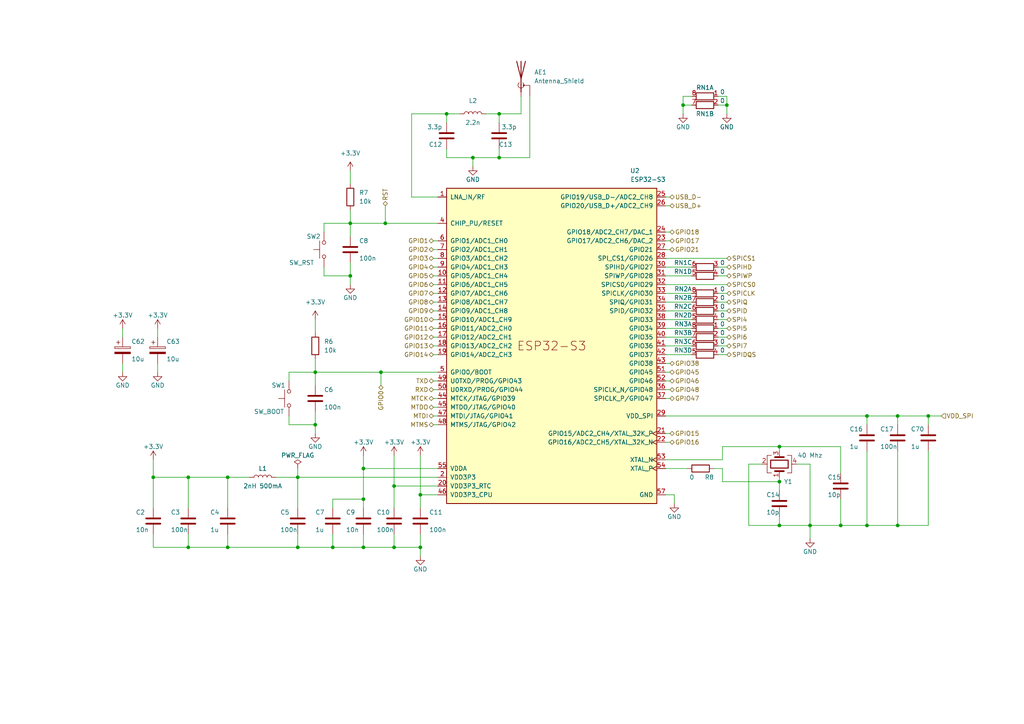
<source format=kicad_sch>
(kicad_sch (version 20211123) (generator eeschema)
  (paper "A4")
  (title_block (title "AirBoy - Microcontroler") (date "2023-03-31") (rev "2.1A") (company "AirBoy Company (Piotr Mijakowski)"))
  (lib_symbols
    (symbol "Device:Antenna_Shield" (pin_numbers hide) (pin_names (offset 1.016) hide)
      (property "Reference" "AE" (at -1.905 4.445 0))
      (property "Value" "Antenna_Shield" (at -1.905 2.54 0))
      (symbol "Antenna_Shield_0_1"
        (arc (start -0.508 -1.143) (mid -0.8429 -2.1194) (end 0 -2.667))
        (arc (start 0 -2.667) (mid 0.7989 -2.1052) (end 0.508 -1.143))
        (polyline (pts (xy 0 -2.54) (xy 0 0)))
        (polyline (pts (xy 0 5.08) (xy 0 -3.81)) (stroke (width 0.254)))
        (polyline (pts (xy 0.762 -1.905) (xy 2.54 -1.905)))
        (polyline (pts (xy 2.54 -2.54) (xy 2.54 -1.905)))
        (polyline (pts (xy 1.27 5.08) (xy 0 0) (xy -1.27 5.08)) (stroke (width 0.254)))
        (circle (center 0.762 -1.905) (radius 0.1778) (fill (type outline)))
      )
      (symbol "Antenna_Shield_1_1"
        (pin input line (at 0 -5.08 90) (length 2.54) (name "A") (number "1"))
        (pin input line (at 2.54 -5.08 90) (length 2.54) (name "Shield") (number "2"))
      )
    )
    (symbol "Device:C" (pin_numbers hide) (pin_names (offset 0.254))
      (property "Reference" "C" (at 0.635 2.54 0))
      (property "Value" "C" (at 0.635 -2.54 0))
      (symbol "C_0_1"
        (polyline (pts (xy -2.032 -0.762) (xy 2.032 -0.762)) (stroke (width 0.508)))
        (polyline (pts (xy -2.032 0.762) (xy 2.032 0.762)) (stroke (width 0.508)))
      )
      (symbol "C_1_1"
        (pin passive line (at 0 3.81 270) (length 2.794) (name "~") (number "1"))
        (pin passive line (at 0 -3.81 90) (length 2.794) (name "~") (number "2"))
      )
    )
    (symbol "Device:C_Polarized" (pin_numbers hide) (pin_names (offset 0.254))
      (property "Reference" "C" (at 0.635 2.54 0))
      (property "Value" "C_Polarized" (at 0.635 -2.54 0))
      (symbol "C_Polarized_0_1"
        (rectangle (start -2.286 0.508) (end 2.286 1.016))
        (polyline (pts (xy -1.778 2.286) (xy -0.762 2.286)))
        (polyline (pts (xy -1.27 2.794) (xy -1.27 1.778)))
        (rectangle (start 2.286 -0.508) (end -2.286 -1.016) (fill (type outline)))
      )
      (symbol "C_Polarized_1_1"
        (pin passive line (at 0 3.81 270) (length 2.794) (name "~") (number "1"))
        (pin passive line (at 0 -3.81 90) (length 2.794) (name "~") (number "2"))
      )
    )
    (symbol "Device:Crystal_GND24" (pin_names (offset 1.016) hide)
      (property "Reference" "Y" (at 3.175 5.08 0))
      (property "Value" "Crystal_GND24" (at 3.175 3.175 0))
      (symbol "Crystal_GND24_0_1"
        (rectangle (start -1.143 2.54) (end 1.143 -2.54) (stroke (width 0.3048)))
        (polyline (pts (xy -2.54 0) (xy -2.032 0)))
        (polyline (pts (xy -2.032 -1.27) (xy -2.032 1.27)) (stroke (width 0.508)))
        (polyline (pts (xy 0 -3.81) (xy 0 -3.556)))
        (polyline (pts (xy 0 3.556) (xy 0 3.81)))
        (polyline (pts (xy 2.032 -1.27) (xy 2.032 1.27)) (stroke (width 0.508)))
        (polyline (pts (xy 2.032 0) (xy 2.54 0)))
        (polyline (pts (xy -2.54 -2.286) (xy -2.54 -3.556) (xy 2.54 -3.556) (xy 2.54 -2.286)))
        (polyline (pts (xy -2.54 2.286) (xy -2.54 3.556) (xy 2.54 3.556) (xy 2.54 2.286)))
      )
      (symbol "Crystal_GND24_1_1"
        (pin passive line (at -3.81 0 0) (length 1.27) (name "1") (number "1"))
        (pin passive line (at 0 5.08 270) (length 1.27) (name "2") (number "2"))
        (pin passive line (at 3.81 0 180) (length 1.27) (name "3") (number "3"))
        (pin passive line (at 0 -5.08 90) (length 1.27) (name "4") (number "4"))
      )
    )
    (symbol "Device:L" (pin_numbers hide) (pin_names (offset 1.016) hide)
      (property "Reference" "L" (at -1.27 0 90))
      (property "Value" "L" (at 1.905 0 90))
      (symbol "L_0_1"
        (arc (start 0 -2.54) (mid 0.635 -1.905) (end 0 -1.27))
        (arc (start 0 -1.27) (mid 0.635 -0.635) (end 0 0))
        (arc (start 0 0) (mid 0.635 0.635) (end 0 1.27))
        (arc (start 0 1.27) (mid 0.635 1.905) (end 0 2.54))
      )
      (symbol "L_1_1"
        (pin passive line (at 0 3.81 270) (length 1.27) (name "1") (number "1"))
        (pin passive line (at 0 -3.81 90) (length 1.27) (name "2") (number "2"))
      )
    )
    (symbol "Device:R" (pin_numbers hide) (pin_names (offset 0))
      (property "Reference" "R" (at 2.032 0 90))
      (property "Value" "R" (at 0 0 90))
      (symbol "R_0_1"
        (rectangle (start -1.016 -2.54) (end 1.016 2.54) (stroke (width 0.254)))
      )
      (symbol "R_1_1"
        (pin passive line (at 0 3.81 270) (length 1.27) (name "~") (number "1"))
        (pin passive line (at 0 -3.81 90) (length 1.27) (name "~") (number "2"))
      )
    )
    (symbol "Device:R_Pack04_Split" (pin_names (offset 0) hide)
      (property "Reference" "RN" (at 2.032 0 90))
      (property "Value" "R_Pack04_Split" (at 0 0 90))
      (symbol "R_Pack04_Split_0_1"
        (rectangle (start 1.016 2.54) (end -1.016 -2.54) (stroke (width 0.254)))
      )
      (symbol "R_Pack04_Split_1_1"
        (pin passive line (at 0 -3.81 90) (length 1.27) (name "R1.1") (number "1"))
        (pin passive line (at 0 3.81 270) (length 1.27) (name "R1.2") (number "8"))
      )
      (symbol "R_Pack04_Split_2_1"
        (pin passive line (at 0 -3.81 90) (length 1.27) (name "R2.1") (number "2"))
        (pin passive line (at 0 3.81 270) (length 1.27) (name "R2.2") (number "7"))
      )
      (symbol "R_Pack04_Split_3_1"
        (pin passive line (at 0 -3.81 90) (length 1.27) (name "R3.1") (number "3"))
        (pin passive line (at 0 3.81 270) (length 1.27) (name "R3.2") (number "6"))
      )
      (symbol "R_Pack04_Split_4_1"
        (pin passive line (at 0 -3.81 90) (length 1.27) (name "R4.1") (number "4"))
        (pin passive line (at 0 3.81 270) (length 1.27) (name "R4.2") (number "5"))
      )
    )
    (symbol "Espressif:ESP32-S3" (pin_names (offset 1.016))
      (property "Reference" "U" (at -30.48 50.8 0))
      (property "Value" "ESP32-S3" (at -30.48 48.26 0))
      (symbol "ESP32-S3_0_0"
        (text "ESP32-S3" (at 0 0 0) (effects (font (size 2.54 2.54))))
        (pin bidirectional line (at 33.02 -12.7 180) (length 2.54) (name "SPICLK_N/GPIO48") (number "36"))
        (pin bidirectional line (at 33.02 -15.24 180) (length 2.54) (name "SPICLK_P/GPIO47") (number "37"))
      )
      (symbol "ESP32-S3_0_1"
        (rectangle (start -30.48 45.72) (end 30.48 -45.72) (stroke (width 0.254)) (fill (type background)))
      )
      (symbol "ESP32-S3_1_1"
        (pin bidirectional line (at -33.02 43.18 0) (length 2.54) (name "LNA_IN/RF") (number "1"))
        (pin bidirectional line (at -33.02 20.32 0) (length 2.54) (name "GPIO5/ADC1_CH4") (number "10"))
        (pin bidirectional line (at -33.02 17.78 0) (length 2.54) (name "GPIO6/ADC1_CH5") (number "11"))
        (pin bidirectional line (at -33.02 15.24 0) (length 2.54) (name "GPIO7/ADC1_CH6") (number "12"))
        (pin bidirectional line (at -33.02 12.7 0) (length 2.54) (name "GPIO8/ADC1_CH7") (number "13"))
        (pin bidirectional line (at -33.02 10.16 0) (length 2.54) (name "GPIO9/ADC1_CH8") (number "14"))
        (pin bidirectional line (at -33.02 7.62 0) (length 2.54) (name "GPIO10/ADC1_CH9") (number "15"))
        (pin bidirectional line (at -33.02 5.08 0) (length 2.54) (name "GPIO11/ADC2_CH0") (number "16"))
        (pin bidirectional line (at -33.02 2.54 0) (length 2.54) (name "GPIO12/ADC2_CH1") (number "17"))
        (pin bidirectional line (at -33.02 0 0) (length 2.54) (name "GPIO13/ADC2_CH2") (number "18"))
        (pin bidirectional line (at -33.02 -2.54 0) (length 2.54) (name "GPIO14/ADC2_CH3") (number "19"))
        (pin power_in line (at -33.02 -38.1 0) (length 2.54) (name "VDD3P3") (number "2"))
        (pin power_in line (at -33.02 -40.64 0) (length 2.54) (name "VDD3P3_RTC") (number "20"))
        (pin bidirectional clock (at 33.02 -25.4 180) (length 2.54) (name "GPIO15/ADC2_CH4/XTAL_32K_P") (number "21"))
        (pin bidirectional clock (at 33.02 -27.94 180) (length 2.54) (name "GPIO16/ADC2_CH5/XTAL_32K_N") (number "22"))
        (pin bidirectional line (at 33.02 30.48 180) (length 2.54) (name "GPIO17/ADC2_CH6/DAC_2") (number "23"))
        (pin bidirectional line (at 33.02 33.02 180) (length 2.54) (name "GPIO18/ADC2_CH7/DAC_1") (number "24"))
        (pin bidirectional line (at 33.02 43.18 180) (length 2.54) (name "GPIO19/USB_D-/ADC2_CH8") (number "25"))
        (pin bidirectional line (at 33.02 40.64 180) (length 2.54) (name "GPIO20/USB_D+/ADC2_CH9") (number "26"))
        (pin bidirectional line (at 33.02 27.94 180) (length 2.54) (name "GPIO21") (number "27"))
        (pin bidirectional line (at 33.02 25.4 180) (length 2.54) (name "SPI_CS1/GPIO26") (number "28"))
        (pin power_out line (at 33.02 -20.32 180) (length 2.54) (name "VDD_SPI") (number "29"))
        (pin power_in line (at -33.02 -38.1 0) (length 2.54) hide (name "VDD3P3") (number "3"))
        (pin bidirectional line (at 33.02 22.86 180) (length 2.54) (name "SPIHD/GPIO27") (number "30"))
        (pin bidirectional line (at 33.02 20.32 180) (length 2.54) (name "SPIWP/GPIO28") (number "31"))
        (pin bidirectional line (at 33.02 17.78 180) (length 2.54) (name "SPICS0/GPIO29") (number "32"))
        (pin bidirectional line (at 33.02 15.24 180) (length 2.54) (name "SPICLK/GPIO30") (number "33"))
        (pin bidirectional line (at 33.02 12.7 180) (length 2.54) (name "SPIQ/GPIO31") (number "34"))
        (pin bidirectional line (at 33.02 10.16 180) (length 2.54) (name "SPID/GPIO32") (number "35"))
        (pin bidirectional line (at 33.02 7.62 180) (length 2.54) (name "GPIO33") (number "38"))
        (pin bidirectional line (at 33.02 5.08 180) (length 2.54) (name "GPIO34") (number "39"))
        (pin input line (at -33.02 35.56 0) (length 2.54) (name "CHIP_PU/RESET") (number "4"))
        (pin bidirectional line (at 33.02 2.54 180) (length 2.54) (name "GPIO35") (number "40"))
        (pin bidirectional line (at 33.02 0 180) (length 2.54) (name "GPIO36") (number "41"))
        (pin bidirectional line (at 33.02 -2.54 180) (length 2.54) (name "GPIO37") (number "42"))
        (pin bidirectional line (at 33.02 -5.08 180) (length 2.54) (name "GPIO38") (number "43"))
        (pin bidirectional line (at -33.02 -15.24 0) (length 2.54) (name "MTCK/JTAG/GPIO39") (number "44"))
        (pin bidirectional line (at -33.02 -17.78 0) (length 2.54) (name "MTDO/JTAG/GPIO40") (number "45"))
        (pin power_in line (at -33.02 -43.18 0) (length 2.54) (name "VDD3P3_CPU") (number "46"))
        (pin bidirectional line (at -33.02 -20.32 0) (length 2.54) (name "MTDI/JTAG/GPIO41") (number "47"))
        (pin bidirectional line (at -33.02 -22.86 0) (length 2.54) (name "MTMS/JTAG/GPIO42") (number "48"))
        (pin bidirectional line (at -33.02 -10.16 0) (length 2.54) (name "U0TXD/PROG/GPIO43") (number "49"))
        (pin bidirectional line (at -33.02 -7.62 0) (length 2.54) (name "GPIO0/BOOT") (number "5"))
        (pin bidirectional line (at -33.02 -12.7 0) (length 2.54) (name "U0RXD/PROG/GPIO44") (number "50"))
        (pin bidirectional line (at 33.02 -7.62 180) (length 2.54) (name "GPIO45") (number "51"))
        (pin bidirectional line (at 33.02 -10.16 180) (length 2.54) (name "GPIO46") (number "52"))
        (pin input clock (at 33.02 -33.02 180) (length 2.54) (name "XTAL_N") (number "53"))
        (pin output clock (at 33.02 -35.56 180) (length 2.54) (name "XTAL_P") (number "54"))
        (pin power_in line (at -33.02 -35.56 0) (length 2.54) (name "VDDA") (number "55"))
        (pin passive line (at -33.02 -35.56 0) (length 2.54) hide (name "VDDA") (number "56"))
        (pin power_in line (at 33.02 -43.18 180) (length 2.54) (name "GND") (number "57"))
        (pin bidirectional line (at -33.02 30.48 0) (length 2.54) (name "GPIO1/ADC1_CH0") (number "6"))
        (pin bidirectional line (at -33.02 27.94 0) (length 2.54) (name "GPIO2/ADC1_CH1") (number "7"))
        (pin bidirectional line (at -33.02 25.4 0) (length 2.54) (name "GPIO3/ADC1_CH2") (number "8"))
        (pin bidirectional line (at -33.02 22.86 0) (length 2.54) (name "GPIO4/ADC1_CH3") (number "9"))
      )
    )
    (symbol "Switch:SW_Push" (pin_numbers hide) (pin_names (offset 1.016) hide)
      (property "Reference" "SW" (at 1.27 2.54 0))
      (property "Value" "SW_Push" (at 0 -1.524 0))
      (symbol "SW_Push_0_1"
        (circle (center -2.032 0) (radius 0.508))
        (polyline (pts (xy 0 1.27) (xy 0 3.048)))
        (polyline (pts (xy 2.54 1.27) (xy -2.54 1.27)))
        (circle (center 2.032 0) (radius 0.508))
        (pin passive line (at -5.08 0 0) (length 2.54) (name "1") (number "1"))
        (pin passive line (at 5.08 0 180) (length 2.54) (name "2") (number "2"))
      )
    )
    (symbol "power:+3.3V" (power) (pin_names (offset 0))
      (property "Value" "+3.3V" (at 0 3.556 0))
      (symbol "+3.3V_0_1"
        (polyline (pts (xy -0.762 1.27) (xy 0 2.54)))
        (polyline (pts (xy 0 0) (xy 0 2.54)))
        (polyline (pts (xy 0 2.54) (xy 0.762 1.27)))
      )
      (symbol "+3.3V_1_1"
        (pin power_in line (at 0 0 90) (length 0) hide (name "+3.3V") (number "1"))
      )
    )
    (symbol "power:GND" (power) (pin_names (offset 0))
      (property "Value" "GND" (at 0 -3.81 0))
      (symbol "GND_0_1"
        (polyline (pts (xy 0 0) (xy 0 -1.27) (xy 1.27 -1.27) (xy 0 -2.54) (xy -1.27 -1.27) (xy 0 -1.27)))
      )
      (symbol "GND_1_1"
        (pin power_in line (at 0 0 270) (length 0) hide (name "GND") (number "1"))
      )
    )
    (symbol "power:PWR_FLAG" (power) (pin_numbers hide) (pin_names (offset 0) hide)
      (property "Value" "PWR_FLAG" (at 0 3.81 0))
      (symbol "PWR_FLAG_0_0"
        (pin power_out line (at 0 0 90) (length 0) (name "pwr") (number "1"))
      )
      (symbol "PWR_FLAG_0_1"
        (polyline (pts (xy 0 0) (xy 0 1.27) (xy -1.016 1.905) (xy 0 2.54) (xy 1.016 1.905) (xy 0 1.27)))
      )
    )
  )
  (junction (at 86.36 158.75))
  (junction (at 144.78 45.72))
  (junction (at 121.92 158.75))
  (junction (at 198.12 30.48))
  (junction (at 91.44 107.95))
  (junction (at 44.45 138.43))
  (junction (at 129.54 33.02))
  (junction (at 137.16 45.72))
  (junction (at 66.04 138.43))
  (junction (at 54.61 158.75))
  (junction (at 260.35 152.4))
  (junction (at 110.49 107.95))
  (junction (at 210.82 30.48))
  (junction (at 226.06 129.54))
  (junction (at 105.41 158.75))
  (junction (at 96.52 158.75))
  (junction (at 114.3 158.75))
  (junction (at 121.92 143.51))
  (junction (at 105.41 135.89))
  (junction (at 243.84 152.4))
  (junction (at 269.24 120.65))
  (junction (at 66.04 158.75))
  (junction (at 251.46 152.4))
  (junction (at 114.3 140.97))
  (junction (at 101.6 64.77))
  (junction (at 105.41 144.78))
  (junction (at 226.06 152.4))
  (junction (at 91.44 123.19))
  (junction (at 54.61 138.43))
  (junction (at 111.76 64.77))
  (junction (at 101.6 80.01))
  (junction (at 234.95 152.4))
  (junction (at 86.36 138.43))
  (junction (at 226.06 139.7))
  (junction (at 144.78 33.02))
  (junction (at 251.46 120.65))
  (junction (at 260.35 120.65))
  (wire (pts (xy 86.36 135.89) (xy 86.36 138.43)))
  (wire (pts (xy 66.04 154.94) (xy 66.04 158.75)))
  (wire (pts (xy 54.61 138.43) (xy 44.45 138.43)))
  (wire (pts (xy 208.28 97.79) (xy 210.82 97.79)))
  (wire (pts (xy 144.78 45.72) (xy 153.67 45.72)))
  (wire (pts (xy 96.52 154.94) (xy 96.52 158.75)))
  (wire (pts (xy 208.28 102.87) (xy 210.82 102.87)))
  (wire (pts (xy 193.04 113.03) (xy 194.31 113.03)))
  (wire (pts (xy 125.73 95.25) (xy 127 95.25)))
  (wire (pts (xy 260.35 120.65) (xy 269.24 120.65)))
  (wire (pts (xy 93.98 80.01) (xy 101.6 80.01)))
  (wire (pts (xy 208.28 87.63) (xy 210.82 87.63)))
  (wire (pts (xy 243.84 144.78) (xy 243.84 152.4)))
  (wire (pts (xy 91.44 123.19) (xy 91.44 125.73)))
  (wire (pts (xy 209.55 139.7) (xy 226.06 139.7)))
  (wire (pts (xy 195.58 143.51) (xy 195.58 146.05)))
  (wire (pts (xy 193.04 105.41) (xy 194.31 105.41)))
  (wire (pts (xy 121.92 154.94) (xy 121.92 158.75)))
  (wire (pts (xy 129.54 33.02) (xy 119.38 33.02)))
  (wire (pts (xy 208.28 92.71) (xy 210.82 92.71)))
  (wire (pts (xy 125.73 69.85) (xy 127 69.85)))
  (wire (pts (xy 86.36 158.75) (xy 86.36 154.94)))
  (wire (pts (xy 193.04 133.35) (xy 209.55 133.35)))
  (wire (pts (xy 193.04 67.31) (xy 194.31 67.31)))
  (wire (pts (xy 125.73 77.47) (xy 127 77.47)))
  (wire (pts (xy 209.55 133.35) (xy 209.55 129.54)))
  (wire (pts (xy 66.04 138.43) (xy 66.04 147.32)))
  (wire (pts (xy 260.35 130.81) (xy 260.35 152.4)))
  (wire (pts (xy 226.06 139.7) (xy 226.06 142.24)))
  (wire (pts (xy 210.82 27.94) (xy 210.82 30.48)))
  (wire (pts (xy 96.52 158.75) (xy 105.41 158.75)))
  (wire (pts (xy 105.41 158.75) (xy 114.3 158.75)))
  (wire (pts (xy 198.12 27.94) (xy 198.12 30.48)))
  (wire (pts (xy 72.39 138.43) (xy 66.04 138.43)))
  (wire (pts (xy 125.73 92.71) (xy 127 92.71)))
  (wire (pts (xy 193.04 120.65) (xy 251.46 120.65)))
  (wire (pts (xy 193.04 80.01) (xy 200.66 80.01)))
  (wire (pts (xy 193.04 100.33) (xy 200.66 100.33)))
  (wire (pts (xy 121.92 132.08) (xy 121.92 143.51)))
  (wire (pts (xy 83.82 110.49) (xy 83.82 107.95)))
  (wire (pts (xy 125.73 90.17) (xy 127 90.17)))
  (wire (pts (xy 125.73 110.49) (xy 127 110.49)))
  (wire (pts (xy 111.76 64.77) (xy 127 64.77)))
  (wire (pts (xy 198.12 33.02) (xy 198.12 30.48)))
  (wire (pts (xy 114.3 154.94) (xy 114.3 158.75)))
  (wire (pts (xy 119.38 57.15) (xy 127 57.15)))
  (wire (pts (xy 114.3 158.75) (xy 121.92 158.75)))
  (wire (pts (xy 119.38 33.02) (xy 119.38 57.15)))
  (wire (pts (xy 91.44 107.95) (xy 91.44 111.76)))
  (wire (pts (xy 125.73 118.11) (xy 127 118.11)))
  (wire (pts (xy 144.78 45.72) (xy 144.78 43.18)))
  (wire (pts (xy 260.35 152.4) (xy 251.46 152.4)))
  (wire (pts (xy 111.76 59.69) (xy 111.76 64.77)))
  (wire (pts (xy 83.82 107.95) (xy 91.44 107.95)))
  (wire (pts (xy 193.04 87.63) (xy 200.66 87.63)))
  (wire (pts (xy 226.06 138.43) (xy 226.06 139.7)))
  (wire (pts (xy 234.95 152.4) (xy 234.95 156.21)))
  (wire (pts (xy 269.24 152.4) (xy 260.35 152.4)))
  (wire (pts (xy 209.55 135.89) (xy 209.55 139.7)))
  (wire (pts (xy 66.04 138.43) (xy 54.61 138.43)))
  (wire (pts (xy 91.44 107.95) (xy 110.49 107.95)))
  (wire (pts (xy 125.73 82.55) (xy 127 82.55)))
  (wire (pts (xy 217.17 152.4) (xy 226.06 152.4)))
  (wire (pts (xy 193.04 107.95) (xy 194.31 107.95)))
  (wire (pts (xy 121.92 143.51) (xy 121.92 147.32)))
  (wire (pts (xy 269.24 120.65) (xy 273.05 120.65)))
  (wire (pts (xy 129.54 35.56) (xy 129.54 33.02)))
  (wire (pts (xy 125.73 123.19) (xy 127 123.19)))
  (wire (pts (xy 193.04 74.93) (xy 210.82 74.93)))
  (wire (pts (xy 110.49 107.95) (xy 110.49 111.76)))
  (wire (pts (xy 91.44 119.38) (xy 91.44 123.19)))
  (wire (pts (xy 125.73 113.03) (xy 127 113.03)))
  (wire (pts (xy 193.04 125.73) (xy 194.31 125.73)))
  (wire (pts (xy 114.3 140.97) (xy 127 140.97)))
  (wire (pts (xy 243.84 152.4) (xy 234.95 152.4)))
  (wire (pts (xy 208.28 30.48) (xy 210.82 30.48)))
  (wire (pts (xy 44.45 133.35) (xy 44.45 138.43)))
  (wire (pts (xy 193.04 128.27) (xy 194.31 128.27)))
  (wire (pts (xy 193.04 92.71) (xy 200.66 92.71)))
  (wire (pts (xy 208.28 90.17) (xy 210.82 90.17)))
  (wire (pts (xy 193.04 77.47) (xy 200.66 77.47)))
  (wire (pts (xy 110.49 107.95) (xy 127 107.95)))
  (wire (pts (xy 105.41 135.89) (xy 105.41 144.78)))
  (wire (pts (xy 217.17 134.62) (xy 217.17 152.4)))
  (wire (pts (xy 86.36 138.43) (xy 86.36 147.32)))
  (wire (pts (xy 129.54 33.02) (xy 133.35 33.02)))
  (wire (pts (xy 114.3 140.97) (xy 114.3 147.32)))
  (wire (pts (xy 193.04 72.39) (xy 194.31 72.39)))
  (wire (pts (xy 193.04 57.15) (xy 194.31 57.15)))
  (wire (pts (xy 193.04 95.25) (xy 200.66 95.25)))
  (wire (pts (xy 125.73 74.93) (xy 127 74.93)))
  (wire (pts (xy 193.04 135.89) (xy 199.39 135.89)))
  (wire (pts (xy 226.06 152.4) (xy 234.95 152.4)))
  (wire (pts (xy 105.41 135.89) (xy 127 135.89)))
  (wire (pts (xy 243.84 152.4) (xy 251.46 152.4)))
  (wire (pts (xy 208.28 80.01) (xy 210.82 80.01)))
  (wire (pts (xy 96.52 144.78) (xy 105.41 144.78)))
  (wire (pts (xy 86.36 138.43) (xy 127 138.43)))
  (wire (pts (xy 45.72 95.25) (xy 45.72 97.79)))
  (wire (pts (xy 234.95 134.62) (xy 234.95 152.4)))
  (wire (pts (xy 200.66 27.94) (xy 198.12 27.94)))
  (wire (pts (xy 226.06 149.86) (xy 226.06 152.4)))
  (wire (pts (xy 91.44 92.71) (xy 91.44 96.52)))
  (wire (pts (xy 101.6 60.96) (xy 101.6 64.77)))
  (wire (pts (xy 101.6 49.53) (xy 101.6 53.34)))
  (wire (pts (xy 193.04 115.57) (xy 194.31 115.57)))
  (wire (pts (xy 35.56 105.41) (xy 35.56 107.95)))
  (wire (pts (xy 125.73 87.63) (xy 127 87.63)))
  (wire (pts (xy 101.6 76.2) (xy 101.6 80.01)))
  (wire (pts (xy 198.12 30.48) (xy 200.66 30.48)))
  (wire (pts (xy 193.04 69.85) (xy 194.31 69.85)))
  (wire (pts (xy 54.61 138.43) (xy 54.61 147.32)))
  (wire (pts (xy 251.46 120.65) (xy 251.46 123.19)))
  (wire (pts (xy 101.6 64.77) (xy 101.6 68.58)))
  (wire (pts (xy 127 143.51) (xy 121.92 143.51)))
  (wire (pts (xy 93.98 77.47) (xy 93.98 80.01)))
  (wire (pts (xy 121.92 158.75) (xy 121.92 161.29)))
  (wire (pts (xy 129.54 45.72) (xy 137.16 45.72)))
  (wire (pts (xy 54.61 154.94) (xy 54.61 158.75)))
  (wire (pts (xy 251.46 120.65) (xy 260.35 120.65)))
  (wire (pts (xy 101.6 80.01) (xy 101.6 82.55)))
  (wire (pts (xy 193.04 143.51) (xy 195.58 143.51)))
  (wire (pts (xy 193.04 90.17) (xy 200.66 90.17)))
  (wire (pts (xy 44.45 158.75) (xy 54.61 158.75)))
  (wire (pts (xy 125.73 115.57) (xy 127 115.57)))
  (wire (pts (xy 151.13 33.02) (xy 151.13 27.94)))
  (wire (pts (xy 207.01 135.89) (xy 209.55 135.89)))
  (wire (pts (xy 83.82 120.65) (xy 83.82 123.19)))
  (wire (pts (xy 54.61 158.75) (xy 66.04 158.75)))
  (wire (pts (xy 105.41 158.75) (xy 105.41 154.94)))
  (wire (pts (xy 105.41 144.78) (xy 105.41 147.32)))
  (wire (pts (xy 66.04 158.75) (xy 86.36 158.75)))
  (wire (pts (xy 45.72 105.41) (xy 45.72 107.95)))
  (wire (pts (xy 208.28 95.25) (xy 210.82 95.25)))
  (wire (pts (xy 210.82 30.48) (xy 210.82 33.02)))
  (wire (pts (xy 44.45 138.43) (xy 44.45 147.32)))
  (wire (pts (xy 125.73 80.01) (xy 127 80.01)))
  (wire (pts (xy 269.24 130.81) (xy 269.24 152.4)))
  (wire (pts (xy 208.28 85.09) (xy 210.82 85.09)))
  (wire (pts (xy 193.04 102.87) (xy 200.66 102.87)))
  (wire (pts (xy 101.6 64.77) (xy 111.76 64.77)))
  (wire (pts (xy 208.28 77.47) (xy 210.82 77.47)))
  (wire (pts (xy 44.45 154.94) (xy 44.45 158.75)))
  (wire (pts (xy 125.73 100.33) (xy 127 100.33)))
  (wire (pts (xy 269.24 120.65) (xy 269.24 123.19)))
  (wire (pts (xy 251.46 152.4) (xy 251.46 130.81)))
  (wire (pts (xy 209.55 129.54) (xy 226.06 129.54)))
  (wire (pts (xy 125.73 85.09) (xy 127 85.09)))
  (wire (pts (xy 193.04 85.09) (xy 200.66 85.09)))
  (wire (pts (xy 91.44 104.14) (xy 91.44 107.95)))
  (wire (pts (xy 193.04 110.49) (xy 194.31 110.49)))
  (wire (pts (xy 193.04 82.55) (xy 210.82 82.55)))
  (wire (pts (xy 129.54 43.18) (xy 129.54 45.72)))
  (wire (pts (xy 208.28 100.33) (xy 210.82 100.33)))
  (wire (pts (xy 208.28 27.94) (xy 210.82 27.94)))
  (wire (pts (xy 96.52 158.75) (xy 86.36 158.75)))
  (wire (pts (xy 193.04 59.69) (xy 194.31 59.69)))
  (wire (pts (xy 140.97 33.02) (xy 144.78 33.02)))
  (wire (pts (xy 153.67 27.94) (xy 153.67 45.72)))
  (wire (pts (xy 144.78 33.02) (xy 151.13 33.02)))
  (wire (pts (xy 193.04 97.79) (xy 200.66 97.79)))
  (wire (pts (xy 220.98 134.62) (xy 217.17 134.62)))
  (wire (pts (xy 137.16 45.72) (xy 144.78 45.72)))
  (wire (pts (xy 96.52 147.32) (xy 96.52 144.78)))
  (wire (pts (xy 83.82 123.19) (xy 91.44 123.19)))
  (wire (pts (xy 125.73 97.79) (xy 127 97.79)))
  (wire (pts (xy 226.06 129.54) (xy 243.84 129.54)))
  (wire (pts (xy 114.3 132.08) (xy 114.3 140.97)))
  (wire (pts (xy 144.78 33.02) (xy 144.78 35.56)))
  (wire (pts (xy 125.73 102.87) (xy 127 102.87)))
  (wire (pts (xy 93.98 64.77) (xy 101.6 64.77)))
  (wire (pts (xy 226.06 129.54) (xy 226.06 130.81)))
  (wire (pts (xy 125.73 72.39) (xy 127 72.39)))
  (wire (pts (xy 80.01 138.43) (xy 86.36 138.43)))
  (wire (pts (xy 243.84 129.54) (xy 243.84 137.16)))
  (wire (pts (xy 93.98 67.31) (xy 93.98 64.77)))
  (wire (pts (xy 260.35 120.65) (xy 260.35 123.19)))
  (wire (pts (xy 105.41 132.08) (xy 105.41 135.89)))
  (wire (pts (xy 137.16 45.72) (xy 137.16 48.26)))
  (wire (pts (xy 231.14 134.62) (xy 234.95 134.62)))
  (wire (pts (xy 35.56 95.25) (xy 35.56 97.79)))
  (wire (pts (xy 125.73 120.65) (xy 127 120.65)))
  (hierarchical_label "GPIO7" (shape bidirectional) (at 125.73 85.09 180))
  (hierarchical_label "SPI5" (shape bidirectional) (at 210.82 95.25 0))
  (hierarchical_label "GPIO8" (shape bidirectional) (at 125.73 87.63 180))
  (hierarchical_label "SPICS0" (shape bidirectional) (at 210.82 82.55 0))
  (hierarchical_label "GPIO11" (shape bidirectional) (at 125.73 95.25 180))
  (hierarchical_label "SPICLK" (shape bidirectional) (at 210.82 85.09 0))
  (hierarchical_label "GPIO45" (shape bidirectional) (at 194.31 107.95 0))
  (hierarchical_label "GPIO5" (shape bidirectional) (at 125.73 80.01 180))
  (hierarchical_label "GPIO15" (shape bidirectional) (at 194.31 125.73 0))
  (hierarchical_label "SPI6" (shape bidirectional) (at 210.82 97.79 0))
  (hierarchical_label "SPIHD" (shape bidirectional) (at 210.82 77.47 0))
  (hierarchical_label "MTDO" (shape bidirectional) (at 125.73 118.11 180))
  (hierarchical_label "GPIO10" (shape bidirectional) (at 125.73 92.71 180))
  (hierarchical_label "GPIO3" (shape bidirectional) (at 125.73 74.93 180))
  (hierarchical_label "GPIO17" (shape bidirectional) (at 194.31 69.85 0))
  (hierarchical_label "GPIO16" (shape bidirectional) (at 194.31 128.27 0))
  (hierarchical_label "RXD" (shape bidirectional) (at 125.73 113.03 180))
  (hierarchical_label "SPIWP" (shape bidirectional) (at 210.82 80.01 0))
  (hierarchical_label "GPIO38" (shape bidirectional) (at 194.31 105.41 0))
  (hierarchical_label "GPIO12" (shape bidirectional) (at 125.73 97.79 180))
  (hierarchical_label "RST" (shape bidirectional) (at 111.76 59.69 90))
  (hierarchical_label "SPIQ" (shape bidirectional) (at 210.82 87.63 0))
  (hierarchical_label "GPIO0" (shape bidirectional) (at 110.49 111.76 270))
  (hierarchical_label "MTCK" (shape bidirectional) (at 125.73 115.57 180))
  (hierarchical_label "GPIO13" (shape bidirectional) (at 125.73 100.33 180))
  (hierarchical_label "SPIDQS" (shape bidirectional) (at 210.82 102.87 0))
  (hierarchical_label "VDD_SPI" (shape input) (at 273.05 120.65 0))
  (hierarchical_label "SPICS1" (shape bidirectional) (at 210.82 74.93 0))
  (hierarchical_label "USB_D-" (shape bidirectional) (at 194.31 57.15 0))
  (hierarchical_label "GPIO48" (shape bidirectional) (at 194.31 113.03 0))
  (hierarchical_label "GPIO1" (shape bidirectional) (at 125.73 69.85 180))
  (hierarchical_label "GPIO18" (shape bidirectional) (at 194.31 67.31 0))
  (hierarchical_label "GPIO2" (shape bidirectional) (at 125.73 72.39 180))
  (hierarchical_label "GPIO21" (shape bidirectional) (at 194.31 72.39 0))
  (hierarchical_label "USB_D+" (shape bidirectional) (at 194.31 59.69 0))
  (hierarchical_label "MTDI" (shape bidirectional) (at 125.73 120.65 180))
  (hierarchical_label "GPIO4" (shape bidirectional) (at 125.73 77.47 180))
  (hierarchical_label "GPIO47" (shape bidirectional) (at 194.31 115.57 0))
  (hierarchical_label "TXD" (shape bidirectional) (at 125.73 110.49 180))
  (hierarchical_label "GPIO14" (shape bidirectional) (at 125.73 102.87 180))
  (hierarchical_label "SPI7" (shape bidirectional) (at 210.82 100.33 0))
  (hierarchical_label "SPID" (shape bidirectional) (at 210.82 90.17 0))
  (hierarchical_label "GPIO6" (shape bidirectional) (at 125.73 82.55 180))
  (hierarchical_label "GPIO46" (shape bidirectional) (at 194.31 110.49 0))
  (hierarchical_label "MTMS" (shape bidirectional) (at 125.73 123.19 180))
  (hierarchical_label "SPI4" (shape bidirectional) (at 210.82 92.71 0))
  (hierarchical_label "GPIO9" (shape bidirectional) (at 125.73 90.17 180))
  (symbol (lib_id "power:GND") (at 234.95 156.21 0) (unit 1)
    (property "Reference" "#PWR030" (effects hide))
    (property "Value" "GND" (at 234.95 160.02 0))
  )
  (symbol (lib_id "Switch:SW_Push") (at 93.98 72.39 90) (unit 1)
    (property "Reference" "SW2" (at 88.9 68.58 90) (effects (justify right)))
    (property "Value" "SW_RST" (at 83.82 76.2 90) (effects (justify right)))
    (property "Footprint" "Button_Switch_THT:SW_Tactile_SPST_Angled_PTS645Vx39-2LFS" (effects hide))
  )
  (symbol (lib_id "power:+3.3V") (at 91.44 92.71 0) (unit 1)
    (property "Reference" "#PWR020" (effects hide))
    (property "Value" "+3.3V" (at 91.44 87.63 0))
  )
  (symbol (lib_id "power:+3.3V") (at 35.56 95.25 0) (unit 1)
    (property "Reference" "#PWR0105" (effects hide))
    (property "Value" "+3.3V" (at 35.56 91.44 0))
  )
  (symbol (lib_id "Device:C") (at 114.3 151.13 0) (unit 1)
    (property "Reference" "C10" (at 109.22 148.59 0) (effects (justify left)))
    (property "Value" "100n" (at 109.22 153.67 0) (effects (justify left)))
    (property "Footprint" "Capacitor_SMD:C_0603_1608Metric_Pad1.08x0.95mm_HandSolder" (effects hide))
  )
  (symbol (lib_id "Device:R_Pack04_Split") (at 204.47 102.87 90) (unit 4)
    (property "Reference" "RN3" (at 198.12 101.6 90))
    (property "Value" "0" (at 209.55 101.6 90))
    (property "Footprint" "Resistor_SMD:R_Array_Convex_4x0603" (effects hide))
  )
  (symbol (lib_id "Switch:SW_Push") (at 83.82 115.57 90) (unit 1)
    (property "Reference" "SW1" (at 78.74 111.76 90) (effects (justify right)))
    (property "Value" "SW_BOOT" (at 73.66 119.38 90) (effects (justify right)))
    (property "Footprint" "Button_Switch_THT:SW_Tactile_SPST_Angled_PTS645Vx39-2LFS" (effects hide))
  )
  (symbol (lib_id "Device:R_Pack04_Split") (at 204.47 92.71 90) (unit 4)
    (property "Reference" "RN2" (at 198.12 91.44 90))
    (property "Value" "0" (at 209.55 91.44 90))
    (property "Footprint" "Resistor_SMD:R_Array_Convex_4x0603" (effects hide))
  )
  (symbol (lib_id "Device:C") (at 86.36 151.13 0) (unit 1)
    (property "Reference" "C5" (at 81.28 148.59 0) (effects (justify left)))
    (property "Value" "100n" (at 81.28 153.67 0) (effects (justify left)))
    (property "Footprint" "Capacitor_SMD:C_0603_1608Metric_Pad1.08x0.95mm_HandSolder" (effects hide))
  )
  (symbol (lib_id "Device:C") (at 260.35 127 0) (unit 1)
    (property "Reference" "C17" (at 255.27 124.46 0) (effects (justify left)))
    (property "Value" "100n" (at 255.27 129.54 0) (effects (justify left)))
    (property "Footprint" "Capacitor_SMD:C_0603_1608Metric_Pad1.08x0.95mm_HandSolder" (effects hide))
  )
  (symbol (lib_id "Device:L") (at 137.16 33.02 90) (unit 1)
    (property "Reference" "L2" (at 137.16 29.21 90))
    (property "Value" "2.2n" (at 137.16 35.56 90))
    (property "Footprint" "Inductor_SMD:L_0603_1608Metric_Pad1.05x0.95mm_HandSolder" (effects hide))
  )
  (symbol (lib_id "power:PWR_FLAG") (at 86.36 135.89 0) (unit 1)
    (property "Reference" "#FLG01" (effects hide))
    (property "Value" "PWR_FLAG" (at 86.36 132.08 0))
  )
  (symbol (lib_id "Device:R_Pack04_Split") (at 204.47 80.01 90) (unit 4)
    (property "Reference" "RN1" (at 198.12 78.74 90))
    (property "Value" "0" (at 209.55 78.74 90))
    (property "Footprint" "Resistor_SMD:R_Array_Convex_4x0603" (effects hide))
  )
  (symbol (lib_id "Device:C") (at 144.78 39.37 180) (unit 1)
    (property "Reference" "C13" (at 148.59 41.91 0) (effects (justify left)))
    (property "Value" "3.3p" (at 149.86 36.83 0) (effects (justify left)))
    (property "Footprint" "Capacitor_SMD:C_0603_1608Metric_Pad1.08x0.95mm_HandSolder" (effects hide))
  )
  (symbol (lib_id "Device:R") (at 203.2 135.89 90) (unit 1)
    (property "Reference" "R8" (at 205.74 138.43 90))
    (property "Value" "0" (at 200.66 138.43 90))
    (property "Footprint" "Resistor_SMD:R_0603_1608Metric_Pad0.98x0.95mm_HandSolder" (effects hide))
  )
  (symbol (lib_id "Device:Crystal_GND24") (at 226.06 134.62 90) (unit 1)
    (property "Reference" "Y1" (at 228.6 139.7 90))
    (property "Value" "40 Mhz" (at 234.95 132.08 90))
    (property "Footprint" "Crystal:Crystal_SMD_3225-4Pin_3.2x2.5mm" (effects hide))
  )
  (symbol (lib_id "Device:R_Pack04_Split") (at 204.47 30.48 90) (unit 2)
    (property "Reference" "RN1" (at 204.47 33.02 90))
    (property "Value" "0" (at 209.55 29.21 90))
    (property "Footprint" "Resistor_SMD:R_Array_Convex_4x0603" (effects hide))
  )
  (symbol (lib_id "Device:R_Pack04_Split") (at 204.47 95.25 90) (unit 1)
    (property "Reference" "RN3" (at 198.12 93.98 90))
    (property "Value" "0" (at 209.55 93.98 90))
    (property "Footprint" "Resistor_SMD:R_Array_Convex_4x0603" (effects hide))
  )
  (symbol (lib_id "Device:R_Pack04_Split") (at 204.47 77.47 90) (unit 3)
    (property "Reference" "RN1" (at 198.12 76.2 90))
    (property "Value" "0" (at 209.55 76.2 90))
    (property "Footprint" "Resistor_SMD:R_Array_Convex_4x0603" (effects hide))
  )
  (symbol (lib_id "Espressif:ESP32-S3") (at 160.02 100.33 0) (unit 1)
    (property "Reference" "U2" (at 184.15 49.53 0))
    (property "Value" "ESP32-S3" (at 187.96 52.07 0))
    (property "Footprint" "Package_DFN_QFN:QFN-56-1EP_7x7mm_P0.4mm_EP5.6x5.6mm" (effects hide))
    (property "Datasheet" "https://www.espressif.com/sites/default/files/documentation/esp32-s3_datasheet_en.pdf" (effects hide))
  )
  (symbol (lib_id "Device:C") (at 269.24 127 0) (unit 1)
    (property "Reference" "C70" (at 264.16 124.46 0) (effects (justify left)))
    (property "Value" "1u" (at 264.16 129.54 0) (effects (justify left)))
    (property "Footprint" "Capacitor_SMD:C_0603_1608Metric_Pad1.08x0.95mm_HandSolder" (effects hide))
  )
  (symbol (lib_id "power:+3.3V") (at 45.72 95.25 0) (unit 1)
    (property "Reference" "#PWR078" (effects hide))
    (property "Value" "+3.3V" (at 45.72 91.44 0))
  )
  (symbol (lib_id "power:GND") (at 137.16 48.26 0) (unit 1)
    (property "Reference" "#PWR028" (effects hide))
    (property "Value" "GND" (at 137.16 52.07 0))
  )
  (symbol (lib_id "power:GND") (at 45.72 107.95 0) (unit 1)
    (property "Reference" "#PWR079" (effects hide))
    (property "Value" "GND" (at 45.72 111.76 0))
  )
  (symbol (lib_id "power:GND") (at 198.12 33.02 0) (unit 1)
    (property "Reference" "#PWR0108" (effects hide))
    (property "Value" "GND" (at 198.12 36.83 0))
  )
  (symbol (lib_id "Device:C") (at 243.84 140.97 0) (unit 1)
    (property "Reference" "C15" (at 240.03 138.43 0) (effects (justify left)))
    (property "Value" "10p" (at 240.03 143.51 0) (effects (justify left)))
    (property "Footprint" "Capacitor_SMD:C_0603_1608Metric_Pad1.08x0.95mm_HandSolder" (effects hide))
  )
  (symbol (lib_id "Device:R_Pack04_Split") (at 204.47 87.63 90) (unit 2)
    (property "Reference" "RN2" (at 198.12 86.36 90))
    (property "Value" "0" (at 209.55 86.36 90))
    (property "Footprint" "Resistor_SMD:R_Array_Convex_4x0603" (effects hide))
  )
  (symbol (lib_id "Device:C_Polarized") (at 45.72 101.6 0) (unit 1)
    (property "Reference" "C63" (at 48.26 99.06 0) (effects (justify left)))
    (property "Value" "10u" (at 48.26 104.14 0) (effects (justify left)))
    (property "Footprint" "Capacitor_Tantalum_SMD:CP_EIA-3216-18_Kemet-A_Pad1.58x1.35mm_HandSolder" (effects hide))
  )
  (symbol (lib_id "Device:C") (at 129.54 39.37 180) (unit 1)
    (property "Reference" "C12" (at 128.27 41.91 0) (effects (justify left)))
    (property "Value" "3.3p" (at 128.27 36.83 0) (effects (justify left)))
    (property "Footprint" "Capacitor_SMD:C_0603_1608Metric_Pad1.08x0.95mm_HandSolder" (effects hide))
  )
  (symbol (lib_id "power:+3.3V") (at 101.6 49.53 0) (unit 1)
    (property "Reference" "#PWR022" (effects hide))
    (property "Value" "+3.3V" (at 101.6 44.45 0))
  )
  (symbol (lib_id "Device:C") (at 96.52 151.13 0) (unit 1)
    (property "Reference" "C7" (at 91.44 148.59 0) (effects (justify left)))
    (property "Value" "1u" (at 91.44 153.67 0) (effects (justify left)))
    (property "Footprint" "Capacitor_SMD:C_0603_1608Metric_Pad1.08x0.95mm_HandSolder" (effects hide))
  )
  (symbol (lib_id "power:+3.3V") (at 44.45 133.35 0) (unit 1)
    (property "Reference" "#PWR019" (effects hide))
    (property "Value" "+3.3V" (at 44.45 129.54 0))
  )
  (symbol (lib_id "Device:C") (at 226.06 146.05 0) (unit 1)
    (property "Reference" "C14" (at 222.25 143.51 0) (effects (justify left)))
    (property "Value" "10p" (at 222.25 148.59 0) (effects (justify left)))
    (property "Footprint" "Capacitor_SMD:C_0603_1608Metric_Pad1.08x0.95mm_HandSolder" (effects hide))
  )
  (symbol (lib_id "power:+3.3V") (at 105.41 132.08 0) (unit 1)
    (property "Reference" "#PWR024" (effects hide))
    (property "Value" "+3.3V" (at 105.41 128.27 0))
  )
  (symbol (lib_id "power:+3.3V") (at 114.3 132.08 0) (unit 1)
    (property "Reference" "#PWR025" (effects hide))
    (property "Value" "+3.3V" (at 114.3 128.27 0))
  )
  (symbol (lib_id "Device:R_Pack04_Split") (at 204.47 85.09 90) (unit 1)
    (property "Reference" "RN2" (at 198.12 83.82 90))
    (property "Value" "0" (at 209.55 83.82 90))
    (property "Footprint" "Resistor_SMD:R_Array_Convex_4x0603" (effects hide))
  )
  (symbol (lib_id "Device:R_Pack04_Split") (at 204.47 97.79 90) (unit 2)
    (property "Reference" "RN3" (at 198.12 96.52 90))
    (property "Value" "0" (at 209.55 96.52 90))
    (property "Footprint" "Resistor_SMD:R_Array_Convex_4x0603" (effects hide))
  )
  (symbol (lib_id "Device:C_Polarized") (at 35.56 101.6 0) (unit 1)
    (property "Reference" "C62" (at 38.1 99.06 0) (effects (justify left)))
    (property "Value" "10u" (at 38.1 104.14 0) (effects (justify left)))
    (property "Footprint" "Capacitor_Tantalum_SMD:CP_EIA-3216-18_Kemet-A_Pad1.58x1.35mm_HandSolder" (effects hide))
  )
  (symbol (lib_id "power:GND") (at 210.82 33.02 0) (unit 1)
    (property "Reference" "#PWR0107" (effects hide))
    (property "Value" "GND" (at 210.82 36.83 0))
  )
  (symbol (lib_id "power:GND") (at 101.6 82.55 0) (unit 1)
    (property "Reference" "#PWR023" (effects hide))
    (property "Value" "GND" (at 101.6 86.36 0))
  )
  (symbol (lib_id "power:GND") (at 35.56 107.95 0) (unit 1)
    (property "Reference" "#PWR0106" (effects hide))
    (property "Value" "GND" (at 35.56 111.76 0))
  )
  (symbol (lib_id "power:+3.3V") (at 121.92 132.08 0) (unit 1)
    (property "Reference" "#PWR026" (effects hide))
    (property "Value" "+3.3V" (at 121.92 128.27 0))
  )
  (symbol (lib_id "Device:R_Pack04_Split") (at 204.47 27.94 90) (unit 1)
    (property "Reference" "RN1" (at 204.47 25.4 90))
    (property "Value" "0" (at 209.55 26.67 90))
    (property "Footprint" "Resistor_SMD:R_Array_Convex_4x0603" (effects hide))
  )
  (symbol (lib_id "power:GND") (at 121.92 161.29 0) (unit 1)
    (property "Reference" "#PWR027" (effects hide))
    (property "Value" "GND" (at 121.92 165.1 0))
  )
  (symbol (lib_id "Device:C") (at 54.61 151.13 0) (unit 1)
    (property "Reference" "C3" (at 49.53 148.59 0) (effects (justify left)))
    (property "Value" "100n" (at 49.53 153.67 0) (effects (justify left)))
    (property "Footprint" "Capacitor_SMD:C_0603_1608Metric_Pad1.08x0.95mm_HandSolder" (effects hide))
  )
  (symbol (lib_id "Device:R") (at 101.6 57.15 0) (unit 1)
    (property "Reference" "R7" (at 104.14 55.8799 0) (effects (justify left)))
    (property "Value" "10k" (at 104.14 58.4199 0) (effects (justify left)))
    (property "Footprint" "Resistor_SMD:R_0603_1608Metric_Pad0.98x0.95mm_HandSolder" (effects hide))
  )
  (symbol (lib_id "Device:Antenna_Shield") (at 151.13 22.86 0) (unit 1)
    (property "Reference" "AE1" (at 154.94 20.9549 0) (effects (justify left)))
    (property "Value" "Antenna_Shield" (at 154.94 23.4949 0) (effects (justify left)))
    (property "Footprint" "Airboy:MIFA_2.4GHz" (effects hide))
  )
  (symbol (lib_id "Device:R") (at 91.44 100.33 0) (unit 1)
    (property "Reference" "R6" (at 93.98 99.0599 0) (effects (justify left)))
    (property "Value" "10k" (at 93.98 101.5999 0) (effects (justify left)))
    (property "Footprint" "Resistor_SMD:R_0603_1608Metric_Pad0.98x0.95mm_HandSolder" (effects hide))
  )
  (symbol (lib_id "power:GND") (at 91.44 125.73 0) (unit 1)
    (property "Reference" "#PWR021" (effects hide))
    (property "Value" "GND" (at 91.44 129.54 0))
  )
  (symbol (lib_id "Device:C") (at 44.45 151.13 0) (unit 1)
    (property "Reference" "C2" (at 39.37 148.59 0) (effects (justify left)))
    (property "Value" "10n" (at 39.37 153.67 0) (effects (justify left)))
    (property "Footprint" "Capacitor_SMD:C_0603_1608Metric_Pad1.08x0.95mm_HandSolder" (effects hide))
  )
  (symbol (lib_id "Device:C") (at 91.44 115.57 0) (unit 1)
    (property "Reference" "C6" (at 93.98 113.03 0) (effects (justify left)))
    (property "Value" "100n" (at 93.98 118.11 0) (effects (justify left)))
    (property "Footprint" "Capacitor_SMD:C_0603_1608Metric_Pad1.08x0.95mm_HandSolder" (effects hide))
  )
  (symbol (lib_id "Device:R_Pack04_Split") (at 204.47 100.33 90) (unit 3)
    (property "Reference" "RN3" (at 198.12 99.06 90))
    (property "Value" "0" (at 209.55 99.06 90))
    (property "Footprint" "Resistor_SMD:R_Array_Convex_4x0603" (effects hide))
  )
  (symbol (lib_id "Device:C") (at 251.46 127 0) (unit 1)
    (property "Reference" "C16" (at 246.38 124.46 0) (effects (justify left)))
    (property "Value" "1u" (at 246.38 129.54 0) (effects (justify left)))
    (property "Footprint" "Capacitor_SMD:C_0603_1608Metric_Pad1.08x0.95mm_HandSolder" (effects hide))
  )
  (symbol (lib_id "Device:C") (at 66.04 151.13 0) (unit 1)
    (property "Reference" "C4" (at 60.96 148.59 0) (effects (justify left)))
    (property "Value" "1u" (at 60.96 153.67 0) (effects (justify left)))
    (property "Footprint" "Capacitor_SMD:C_0603_1608Metric_Pad1.08x0.95mm_HandSolder" (effects hide))
  )
  (symbol (lib_id "power:GND") (at 195.58 146.05 0) (unit 1)
    (property "Reference" "#PWR029" (effects hide))
    (property "Value" "GND" (at 195.58 149.86 0))
  )
  (symbol (lib_id "Device:C") (at 101.6 72.39 0) (unit 1)
    (property "Reference" "C8" (at 104.14 69.85 0) (effects (justify left)))
    (property "Value" "100n" (at 104.14 74.93 0) (effects (justify left)))
    (property "Footprint" "Capacitor_SMD:C_0603_1608Metric_Pad1.08x0.95mm_HandSolder" (effects hide))
  )
  (symbol (lib_id "Device:L") (at 76.2 138.43 90) (unit 1)
    (property "Reference" "L1" (at 76.2 135.89 90))
    (property "Value" "2nH 500mA" (at 76.2 140.97 90))
    (property "Footprint" "Inductor_SMD:L_0603_1608Metric_Pad1.05x0.95mm_HandSolder" (effects hide))
  )
  (symbol (lib_id "Device:R_Pack04_Split") (at 204.47 90.17 90) (unit 3)
    (property "Reference" "RN2" (at 198.12 88.9 90))
    (property "Value" "0" (at 209.55 88.9 90))
    (property "Footprint" "Resistor_SMD:R_Array_Convex_4x0603" (effects hide))
  )
  (symbol (lib_id "Device:C") (at 105.41 151.13 0) (unit 1)
    (property "Reference" "C9" (at 100.33 148.59 0) (effects (justify left)))
    (property "Value" "10n" (at 100.33 153.67 0) (effects (justify left)))
    (property "Footprint" "Capacitor_SMD:C_0603_1608Metric_Pad1.08x0.95mm_HandSolder" (effects hide))
  )
  (symbol (lib_id "Device:C") (at 121.92 151.13 0) (unit 1)
    (property "Reference" "C11" (at 124.46 148.59 0) (effects (justify left)))
    (property "Value" "100n" (at 124.46 153.67 0) (effects (justify left)))
    (property "Footprint" "Capacitor_SMD:C_0603_1608Metric_Pad1.08x0.95mm_HandSolder" (effects hide))
  )
)
</source>
